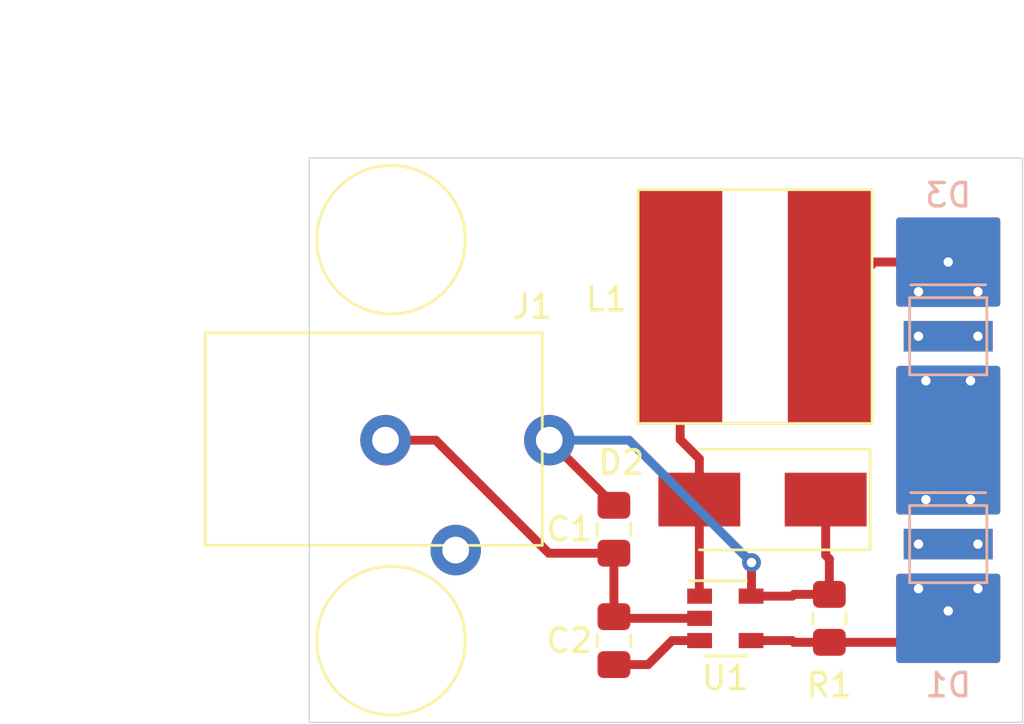
<source format=kicad_pcb>
(kicad_pcb (version 20171130) (host pcbnew "(5.1.4)-1")

  (general
    (thickness 1.6)
    (drawings 10)
    (tracks 53)
    (zones 0)
    (modules 11)
    (nets 8)
  )

  (page A4)
  (layers
    (0 F.Cu signal)
    (31 B.Cu signal)
    (32 B.Adhes user)
    (33 F.Adhes user)
    (34 B.Paste user)
    (35 F.Paste user)
    (36 B.SilkS user)
    (37 F.SilkS user)
    (38 B.Mask user)
    (39 F.Mask user)
    (40 Dwgs.User user)
    (41 Cmts.User user)
    (42 Eco1.User user)
    (43 Eco2.User user)
    (44 Edge.Cuts user)
    (45 Margin user)
    (46 B.CrtYd user)
    (47 F.CrtYd user)
    (48 B.Fab user hide)
    (49 F.Fab user hide)
  )

  (setup
    (last_trace_width 0.25)
    (user_trace_width 0.381)
    (user_trace_width 0.508)
    (trace_clearance 0.2)
    (zone_clearance 0.508)
    (zone_45_only no)
    (trace_min 0.2)
    (via_size 0.8)
    (via_drill 0.4)
    (via_min_size 0.4)
    (via_min_drill 0.3)
    (user_via 0.889 0.381)
    (uvia_size 0.3)
    (uvia_drill 0.1)
    (uvias_allowed no)
    (uvia_min_size 0.2)
    (uvia_min_drill 0.1)
    (edge_width 0.05)
    (segment_width 0.2)
    (pcb_text_width 0.3)
    (pcb_text_size 1.5 1.5)
    (mod_edge_width 0.12)
    (mod_text_size 1 1)
    (mod_text_width 0.15)
    (pad_size 1.524 1.524)
    (pad_drill 0.762)
    (pad_to_mask_clearance 0.051)
    (solder_mask_min_width 0.25)
    (aux_axis_origin 0 0)
    (grid_origin 140.335 93.345)
    (visible_elements 7FFFFFFF)
    (pcbplotparams
      (layerselection 0x010fc_ffffffff)
      (usegerberextensions false)
      (usegerberattributes false)
      (usegerberadvancedattributes false)
      (creategerberjobfile false)
      (excludeedgelayer true)
      (linewidth 0.100000)
      (plotframeref false)
      (viasonmask false)
      (mode 1)
      (useauxorigin false)
      (hpglpennumber 1)
      (hpglpenspeed 20)
      (hpglpendiameter 15.000000)
      (psnegative false)
      (psa4output false)
      (plotreference true)
      (plotvalue true)
      (plotinvisibletext false)
      (padsonsilk false)
      (subtractmaskfromsilk false)
      (outputformat 1)
      (mirror false)
      (drillshape 1)
      (scaleselection 1)
      (outputdirectory ""))
  )

  (net 0 "")
  (net 1 GND)
  (net 2 /Vin)
  (net 3 /Adj)
  (net 4 /LX)
  (net 5 /LED-L)
  (net 6 /ISense)
  (net 7 /LED-LED)

  (net_class Default "This is the default net class."
    (clearance 0.2)
    (trace_width 0.25)
    (via_dia 0.8)
    (via_drill 0.4)
    (uvia_dia 0.3)
    (uvia_drill 0.1)
    (add_net /Adj)
    (add_net /ISense)
    (add_net /LED-L)
    (add_net /LED-LED)
    (add_net /LX)
    (add_net /Vin)
    (add_net GND)
  )

  (module 0-MiscParts:XT-LED (layer B.Cu) (tedit 5DE59186) (tstamp 5DE3EB13)
    (at 167.64 85.725 90)
    (path /5DE1DC48)
    (fp_text reference D1 (at -6.0325 0 180) (layer B.SilkS)
      (effects (font (size 1 1) (thickness 0.15)) (justify mirror))
    )
    (fp_text value LED (at 0.2 -2.9 90) (layer B.Fab)
      (effects (font (size 1 1) (thickness 0.15)) (justify mirror))
    )
    (fp_line (start 2.2 1.6) (end 2.2 -1.6) (layer B.SilkS) (width 0.12))
    (fp_line (start -1.65 -1.65) (end -1.65 1.65) (layer B.SilkS) (width 0.12))
    (fp_line (start 1.65 -1.65) (end -1.65 -1.65) (layer B.SilkS) (width 0.12))
    (fp_line (start 1.65 1.65) (end 1.65 -1.65) (layer B.SilkS) (width 0.12))
    (fp_line (start -1.65 1.65) (end 1.65 1.65) (layer B.SilkS) (width 0.12))
    (pad "" smd rect (at 0 0 90) (size 1.3 3.8) (layers F.Cu B.Paste B.Mask))
    (pad "" smd rect (at 0 0 90) (size 1.3 3.8) (layers B.Cu B.Paste B.Mask))
    (pad 1 smd rect (at 1.7 0 90) (size 0.9 3.3) (layers B.Cu B.Paste B.Mask)
      (net 7 /LED-LED))
    (pad 2 smd rect (at -1.7 0 90) (size 0.9 3.3) (layers B.Cu B.Paste B.Mask)
      (net 6 /ISense))
  )

  (module 0-MiscParts:XT-LED (layer B.Cu) (tedit 5DE59186) (tstamp 5DE3EA0B)
    (at 167.64 76.835 90)
    (path /5DE3EED0)
    (fp_text reference D3 (at 6.0325 0) (layer B.SilkS)
      (effects (font (size 1 1) (thickness 0.15)) (justify mirror))
    )
    (fp_text value LED (at 0.2 -2.9 270) (layer B.Fab)
      (effects (font (size 1 1) (thickness 0.15)) (justify mirror))
    )
    (fp_line (start 2.2 1.6) (end 2.2 -1.6) (layer B.SilkS) (width 0.12))
    (fp_line (start -1.65 -1.65) (end -1.65 1.65) (layer B.SilkS) (width 0.12))
    (fp_line (start 1.65 -1.65) (end -1.65 -1.65) (layer B.SilkS) (width 0.12))
    (fp_line (start 1.65 1.65) (end 1.65 -1.65) (layer B.SilkS) (width 0.12))
    (fp_line (start -1.65 1.65) (end 1.65 1.65) (layer B.SilkS) (width 0.12))
    (pad "" smd rect (at 0 0 90) (size 1.3 3.8) (layers F.Cu B.Paste B.Mask))
    (pad "" smd rect (at 0 0 90) (size 1.3 3.8) (layers B.Cu B.Paste B.Mask))
    (pad 1 smd rect (at 1.7 0 90) (size 0.9 3.3) (layers B.Cu B.Paste B.Mask)
      (net 5 /LED-L))
    (pad 2 smd rect (at -1.7 0 90) (size 0.9 3.3) (layers B.Cu B.Paste B.Mask)
      (net 7 /LED-LED))
  )

  (module "0-MiscParts:MountingHole _1-8_1-4" (layer F.Cu) (tedit 5D5FAF04) (tstamp 5DE1FBC1)
    (at 143.8275 89.8525)
    (path /5DE28070)
    (fp_text reference H2 (at 0 2.032) (layer F.Fab)
      (effects (font (size 1 1) (thickness 0.15)))
    )
    (fp_text value MountingHole (at 0 -2.032) (layer F.Fab)
      (effects (font (size 1 1) (thickness 0.15)))
    )
    (fp_circle (center 0 0) (end 3.175 0) (layer F.SilkS) (width 0.12))
    (pad "" np_thru_hole circle (at 0 0) (size 3.175 3.175) (drill 3.175) (layers *.Cu *.Mask))
  )

  (module "0-MiscParts:MountingHole _1-8_1-4" (layer F.Cu) (tedit 5D5FAF04) (tstamp 5DE1FBBB)
    (at 143.8275 72.7075)
    (path /5DE27BBA)
    (fp_text reference H1 (at 0 2.032) (layer F.Fab)
      (effects (font (size 1 1) (thickness 0.15)))
    )
    (fp_text value MountingHole (at 0 -2.032) (layer F.Fab)
      (effects (font (size 1 1) (thickness 0.15)))
    )
    (fp_circle (center 0 0) (end 3.175 0) (layer F.SilkS) (width 0.12))
    (pad "" np_thru_hole circle (at 0 0) (size 3.175 3.175) (drill 3.175) (layers *.Cu *.Mask))
  )

  (module Package_TO_SOT_SMD:SOT-23-5 (layer F.Cu) (tedit 5A02FF57) (tstamp 5DE1E391)
    (at 158.115 88.9)
    (descr "5-pin SOT23 package")
    (tags SOT-23-5)
    (path /5DE1B53C)
    (attr smd)
    (fp_text reference U1 (at 0 2.54) (layer F.SilkS)
      (effects (font (size 1 1) (thickness 0.15)))
    )
    (fp_text value ZXLD1356 (at 0 2.9) (layer F.Fab)
      (effects (font (size 1 1) (thickness 0.15)))
    )
    (fp_line (start 0.9 -1.55) (end 0.9 1.55) (layer F.Fab) (width 0.1))
    (fp_line (start 0.9 1.55) (end -0.9 1.55) (layer F.Fab) (width 0.1))
    (fp_line (start -0.9 -0.9) (end -0.9 1.55) (layer F.Fab) (width 0.1))
    (fp_line (start 0.9 -1.55) (end -0.25 -1.55) (layer F.Fab) (width 0.1))
    (fp_line (start -0.9 -0.9) (end -0.25 -1.55) (layer F.Fab) (width 0.1))
    (fp_line (start -1.9 1.8) (end -1.9 -1.8) (layer F.CrtYd) (width 0.05))
    (fp_line (start 1.9 1.8) (end -1.9 1.8) (layer F.CrtYd) (width 0.05))
    (fp_line (start 1.9 -1.8) (end 1.9 1.8) (layer F.CrtYd) (width 0.05))
    (fp_line (start -1.9 -1.8) (end 1.9 -1.8) (layer F.CrtYd) (width 0.05))
    (fp_line (start 0.9 -1.61) (end -1.55 -1.61) (layer F.SilkS) (width 0.12))
    (fp_line (start -0.9 1.61) (end 0.9 1.61) (layer F.SilkS) (width 0.12))
    (fp_text user %R (at 0 0 90) (layer F.Fab)
      (effects (font (size 0.5 0.5) (thickness 0.075)))
    )
    (pad 5 smd rect (at 1.1 -0.95) (size 1.06 0.65) (layers F.Cu F.Paste F.Mask)
      (net 2 /Vin))
    (pad 4 smd rect (at 1.1 0.95) (size 1.06 0.65) (layers F.Cu F.Paste F.Mask)
      (net 6 /ISense))
    (pad 3 smd rect (at -1.1 0.95) (size 1.06 0.65) (layers F.Cu F.Paste F.Mask)
      (net 3 /Adj))
    (pad 2 smd rect (at -1.1 0) (size 1.06 0.65) (layers F.Cu F.Paste F.Mask)
      (net 1 GND))
    (pad 1 smd rect (at -1.1 -0.95) (size 1.06 0.65) (layers F.Cu F.Paste F.Mask)
      (net 4 /LX))
    (model ${KISYS3DMOD}/Package_TO_SOT_SMD.3dshapes/SOT-23-5.wrl
      (at (xyz 0 0 0))
      (scale (xyz 1 1 1))
      (rotate (xyz 0 0 0))
    )
  )

  (module Resistor_SMD:R_0805_2012Metric_Pad1.15x1.40mm_HandSolder (layer F.Cu) (tedit 5B36C52B) (tstamp 5DE1E37C)
    (at 162.56 88.9 270)
    (descr "Resistor SMD 0805 (2012 Metric), square (rectangular) end terminal, IPC_7351 nominal with elongated pad for handsoldering. (Body size source: https://docs.google.com/spreadsheets/d/1BsfQQcO9C6DZCsRaXUlFlo91Tg2WpOkGARC1WS5S8t0/edit?usp=sharing), generated with kicad-footprint-generator")
    (tags "resistor handsolder")
    (path /5DE1BF43)
    (attr smd)
    (fp_text reference R1 (at 2.8575 0 180) (layer F.SilkS)
      (effects (font (size 1 1) (thickness 0.15)))
    )
    (fp_text value R (at 0 1.65 90) (layer F.Fab)
      (effects (font (size 1 1) (thickness 0.15)))
    )
    (fp_text user %R (at 0 0 90) (layer F.Fab)
      (effects (font (size 0.5 0.5) (thickness 0.08)))
    )
    (fp_line (start 1.85 0.95) (end -1.85 0.95) (layer F.CrtYd) (width 0.05))
    (fp_line (start 1.85 -0.95) (end 1.85 0.95) (layer F.CrtYd) (width 0.05))
    (fp_line (start -1.85 -0.95) (end 1.85 -0.95) (layer F.CrtYd) (width 0.05))
    (fp_line (start -1.85 0.95) (end -1.85 -0.95) (layer F.CrtYd) (width 0.05))
    (fp_line (start -0.261252 0.71) (end 0.261252 0.71) (layer F.SilkS) (width 0.12))
    (fp_line (start -0.261252 -0.71) (end 0.261252 -0.71) (layer F.SilkS) (width 0.12))
    (fp_line (start 1 0.6) (end -1 0.6) (layer F.Fab) (width 0.1))
    (fp_line (start 1 -0.6) (end 1 0.6) (layer F.Fab) (width 0.1))
    (fp_line (start -1 -0.6) (end 1 -0.6) (layer F.Fab) (width 0.1))
    (fp_line (start -1 0.6) (end -1 -0.6) (layer F.Fab) (width 0.1))
    (pad 2 smd roundrect (at 1.025 0 270) (size 1.15 1.4) (layers F.Cu F.Paste F.Mask) (roundrect_rratio 0.217391)
      (net 6 /ISense))
    (pad 1 smd roundrect (at -1.025 0 270) (size 1.15 1.4) (layers F.Cu F.Paste F.Mask) (roundrect_rratio 0.217391)
      (net 2 /Vin))
    (model ${KISYS3DMOD}/Resistor_SMD.3dshapes/R_0805_2012Metric.wrl
      (at (xyz 0 0 0))
      (scale (xyz 1 1 1))
      (rotate (xyz 0 0 0))
    )
  )

  (module 0-MiscParts:SDR-1006 (layer F.Cu) (tedit 5DE193F5) (tstamp 5DE1E36B)
    (at 159.385 75.565 270)
    (path /5DE1E816)
    (fp_text reference L1 (at -0.3175 6.35 180) (layer F.SilkS)
      (effects (font (size 1 1) (thickness 0.15)))
    )
    (fp_text value L (at -0.2 7.05 90) (layer F.Fab)
      (effects (font (size 1 1) (thickness 0.15)))
    )
    (fp_line (start -5 5) (end -5 -5) (layer F.SilkS) (width 0.12))
    (fp_line (start 5 5) (end -5 5) (layer F.SilkS) (width 0.12))
    (fp_line (start 5 -5) (end 5 5) (layer F.SilkS) (width 0.12))
    (fp_line (start -5 -5) (end 5 -5) (layer F.SilkS) (width 0.12))
    (pad 2 smd rect (at 0 3.2 270) (size 10 3.6) (layers F.Cu F.Paste F.Mask)
      (net 4 /LX))
    (pad 1 smd rect (at 0 -3.2 270) (size 10 3.6) (layers F.Cu F.Paste F.Mask)
      (net 5 /LED-L))
  )

  (module 0-MiscParts:PJ-102 (layer F.Cu) (tedit 5DE1130E) (tstamp 5DE1E361)
    (at 135.89 81.28)
    (path /5DE1B35D)
    (fp_text reference J1 (at 13.97 -5.715) (layer F.SilkS)
      (effects (font (size 1 1) (thickness 0.15)))
    )
    (fp_text value PJ-102 (at 7.6 6.8) (layer F.Fab)
      (effects (font (size 1 1) (thickness 0.15)))
    )
    (fp_line (start 0 4.5) (end 0 -4.5) (layer F.SilkS) (width 0.12))
    (fp_line (start 14.4 4.5) (end 0 4.5) (layer F.SilkS) (width 0.12))
    (fp_line (start 14.4 -4.6) (end 14.4 4.5) (layer F.SilkS) (width 0.12))
    (fp_line (start 0 -4.6) (end 14.4 -4.6) (layer F.SilkS) (width 0.12))
    (pad 3 thru_hole circle (at 10.7 4.7) (size 2.159 2.159) (drill 1.143) (layers *.Cu *.Mask))
    (pad 2 thru_hole circle (at 7.7 0) (size 2.159 2.159) (drill 1.143) (layers *.Cu *.Mask)
      (net 1 GND))
    (pad 1 thru_hole circle (at 14.7 0) (size 2.159 2.159) (drill 1.143) (layers *.Cu *.Mask)
      (net 2 /Vin))
  )

  (module Diode_SMD:D_SMB_Handsoldering (layer F.Cu) (tedit 590B3D55) (tstamp 5DE1E356)
    (at 159.7025 83.82 180)
    (descr "Diode SMB (DO-214AA) Handsoldering")
    (tags "Diode SMB (DO-214AA) Handsoldering")
    (path /5DE1CDE8)
    (attr smd)
    (fp_text reference D2 (at 6.0325 1.5875) (layer F.SilkS)
      (effects (font (size 1 1) (thickness 0.15)))
    )
    (fp_text value D_Schottky (at 0 3) (layer F.Fab)
      (effects (font (size 1 1) (thickness 0.15)))
    )
    (fp_line (start -4.6 -2.15) (end 2.7 -2.15) (layer F.SilkS) (width 0.12))
    (fp_line (start -4.6 2.15) (end 2.7 2.15) (layer F.SilkS) (width 0.12))
    (fp_line (start -0.64944 0.00102) (end 0.50118 -0.79908) (layer F.Fab) (width 0.1))
    (fp_line (start -0.64944 0.00102) (end 0.50118 0.75032) (layer F.Fab) (width 0.1))
    (fp_line (start 0.50118 0.75032) (end 0.50118 -0.79908) (layer F.Fab) (width 0.1))
    (fp_line (start -0.64944 -0.79908) (end -0.64944 0.80112) (layer F.Fab) (width 0.1))
    (fp_line (start 0.50118 0.00102) (end 1.4994 0.00102) (layer F.Fab) (width 0.1))
    (fp_line (start -0.64944 0.00102) (end -1.55114 0.00102) (layer F.Fab) (width 0.1))
    (fp_line (start -4.7 2.25) (end -4.7 -2.25) (layer F.CrtYd) (width 0.05))
    (fp_line (start 4.7 2.25) (end -4.7 2.25) (layer F.CrtYd) (width 0.05))
    (fp_line (start 4.7 -2.25) (end 4.7 2.25) (layer F.CrtYd) (width 0.05))
    (fp_line (start -4.7 -2.25) (end 4.7 -2.25) (layer F.CrtYd) (width 0.05))
    (fp_line (start 2.3 -2) (end -2.3 -2) (layer F.Fab) (width 0.1))
    (fp_line (start 2.3 -2) (end 2.3 2) (layer F.Fab) (width 0.1))
    (fp_line (start -2.3 2) (end -2.3 -2) (layer F.Fab) (width 0.1))
    (fp_line (start 2.3 2) (end -2.3 2) (layer F.Fab) (width 0.1))
    (fp_line (start -4.6 -2.15) (end -4.6 2.15) (layer F.SilkS) (width 0.12))
    (fp_text user %R (at 0 -3) (layer F.Fab)
      (effects (font (size 1 1) (thickness 0.15)))
    )
    (pad 2 smd rect (at 2.7 0 180) (size 3.5 2.3) (layers F.Cu F.Paste F.Mask)
      (net 4 /LX))
    (pad 1 smd rect (at -2.7 0 180) (size 3.5 2.3) (layers F.Cu F.Paste F.Mask)
      (net 2 /Vin))
    (model ${KISYS3DMOD}/Diode_SMD.3dshapes/D_SMB.wrl
      (at (xyz 0 0 0))
      (scale (xyz 1 1 1))
      (rotate (xyz 0 0 0))
    )
  )

  (module Capacitor_SMD:C_0805_2012Metric_Pad1.15x1.40mm_HandSolder (layer F.Cu) (tedit 5B36C52B) (tstamp 5DE1E333)
    (at 153.3525 89.8525 90)
    (descr "Capacitor SMD 0805 (2012 Metric), square (rectangular) end terminal, IPC_7351 nominal with elongated pad for handsoldering. (Body size source: https://docs.google.com/spreadsheets/d/1BsfQQcO9C6DZCsRaXUlFlo91Tg2WpOkGARC1WS5S8t0/edit?usp=sharing), generated with kicad-footprint-generator")
    (tags "capacitor handsolder")
    (path /5DE21F8C)
    (attr smd)
    (fp_text reference C2 (at 0 -1.905 180) (layer F.SilkS)
      (effects (font (size 1 1) (thickness 0.15)))
    )
    (fp_text value C (at 0 1.65 90) (layer F.Fab)
      (effects (font (size 1 1) (thickness 0.15)))
    )
    (fp_text user %R (at 0 0 90) (layer F.Fab)
      (effects (font (size 0.5 0.5) (thickness 0.08)))
    )
    (fp_line (start 1.85 0.95) (end -1.85 0.95) (layer F.CrtYd) (width 0.05))
    (fp_line (start 1.85 -0.95) (end 1.85 0.95) (layer F.CrtYd) (width 0.05))
    (fp_line (start -1.85 -0.95) (end 1.85 -0.95) (layer F.CrtYd) (width 0.05))
    (fp_line (start -1.85 0.95) (end -1.85 -0.95) (layer F.CrtYd) (width 0.05))
    (fp_line (start -0.261252 0.71) (end 0.261252 0.71) (layer F.SilkS) (width 0.12))
    (fp_line (start -0.261252 -0.71) (end 0.261252 -0.71) (layer F.SilkS) (width 0.12))
    (fp_line (start 1 0.6) (end -1 0.6) (layer F.Fab) (width 0.1))
    (fp_line (start 1 -0.6) (end 1 0.6) (layer F.Fab) (width 0.1))
    (fp_line (start -1 -0.6) (end 1 -0.6) (layer F.Fab) (width 0.1))
    (fp_line (start -1 0.6) (end -1 -0.6) (layer F.Fab) (width 0.1))
    (pad 2 smd roundrect (at 1.025 0 90) (size 1.15 1.4) (layers F.Cu F.Paste F.Mask) (roundrect_rratio 0.217391)
      (net 1 GND))
    (pad 1 smd roundrect (at -1.025 0 90) (size 1.15 1.4) (layers F.Cu F.Paste F.Mask) (roundrect_rratio 0.217391)
      (net 3 /Adj))
    (model ${KISYS3DMOD}/Capacitor_SMD.3dshapes/C_0805_2012Metric.wrl
      (at (xyz 0 0 0))
      (scale (xyz 1 1 1))
      (rotate (xyz 0 0 0))
    )
  )

  (module Capacitor_SMD:C_0805_2012Metric_Pad1.15x1.40mm_HandSolder (layer F.Cu) (tedit 5B36C52B) (tstamp 5DE1E322)
    (at 153.3525 85.09 270)
    (descr "Capacitor SMD 0805 (2012 Metric), square (rectangular) end terminal, IPC_7351 nominal with elongated pad for handsoldering. (Body size source: https://docs.google.com/spreadsheets/d/1BsfQQcO9C6DZCsRaXUlFlo91Tg2WpOkGARC1WS5S8t0/edit?usp=sharing), generated with kicad-footprint-generator")
    (tags "capacitor handsolder")
    (path /5DE20FF2)
    (attr smd)
    (fp_text reference C1 (at 0 1.905 180) (layer F.SilkS)
      (effects (font (size 1 1) (thickness 0.15)))
    )
    (fp_text value C (at 0 1.65 90) (layer F.Fab)
      (effects (font (size 1 1) (thickness 0.15)))
    )
    (fp_text user %R (at 0 0 90) (layer F.Fab)
      (effects (font (size 0.5 0.5) (thickness 0.08)))
    )
    (fp_line (start 1.85 0.95) (end -1.85 0.95) (layer F.CrtYd) (width 0.05))
    (fp_line (start 1.85 -0.95) (end 1.85 0.95) (layer F.CrtYd) (width 0.05))
    (fp_line (start -1.85 -0.95) (end 1.85 -0.95) (layer F.CrtYd) (width 0.05))
    (fp_line (start -1.85 0.95) (end -1.85 -0.95) (layer F.CrtYd) (width 0.05))
    (fp_line (start -0.261252 0.71) (end 0.261252 0.71) (layer F.SilkS) (width 0.12))
    (fp_line (start -0.261252 -0.71) (end 0.261252 -0.71) (layer F.SilkS) (width 0.12))
    (fp_line (start 1 0.6) (end -1 0.6) (layer F.Fab) (width 0.1))
    (fp_line (start 1 -0.6) (end 1 0.6) (layer F.Fab) (width 0.1))
    (fp_line (start -1 -0.6) (end 1 -0.6) (layer F.Fab) (width 0.1))
    (fp_line (start -1 0.6) (end -1 -0.6) (layer F.Fab) (width 0.1))
    (pad 2 smd roundrect (at 1.025 0 270) (size 1.15 1.4) (layers F.Cu F.Paste F.Mask) (roundrect_rratio 0.217391)
      (net 1 GND))
    (pad 1 smd roundrect (at -1.025 0 270) (size 1.15 1.4) (layers F.Cu F.Paste F.Mask) (roundrect_rratio 0.217391)
      (net 2 /Vin))
    (model ${KISYS3DMOD}/Capacitor_SMD.3dshapes/C_0805_2012Metric.wrl
      (at (xyz 0 0 0))
      (scale (xyz 1 1 1))
      (rotate (xyz 0 0 0))
    )
  )

  (dimension 24.13 (width 0.15) (layer Dwgs.User)
    (gr_text "0.9500 in" (at 130.78 81.28 270) (layer Dwgs.User)
      (effects (font (size 1 1) (thickness 0.15)))
    )
    (feature1 (pts (xy 140.335 93.345) (xy 131.493579 93.345)))
    (feature2 (pts (xy 140.335 69.215) (xy 131.493579 69.215)))
    (crossbar (pts (xy 132.08 69.215) (xy 132.08 93.345)))
    (arrow1a (pts (xy 132.08 93.345) (xy 131.493579 92.218496)))
    (arrow1b (pts (xy 132.08 93.345) (xy 132.666421 92.218496)))
    (arrow2a (pts (xy 132.08 69.215) (xy 131.493579 70.341504)))
    (arrow2b (pts (xy 132.08 69.215) (xy 132.666421 70.341504)))
  )
  (dimension 17.145 (width 0.15) (layer Dwgs.User)
    (gr_text "0.6750 in" (at 133.6375 81.28 270) (layer Dwgs.User)
      (effects (font (size 1 1) (thickness 0.15)))
    )
    (feature1 (pts (xy 140.335 89.8525) (xy 134.351079 89.8525)))
    (feature2 (pts (xy 140.335 72.7075) (xy 134.351079 72.7075)))
    (crossbar (pts (xy 134.9375 72.7075) (xy 134.9375 89.8525)))
    (arrow1a (pts (xy 134.9375 89.8525) (xy 134.351079 88.725996)))
    (arrow1b (pts (xy 134.9375 89.8525) (xy 135.523921 88.725996)))
    (arrow2a (pts (xy 134.9375 72.7075) (xy 134.351079 73.834004)))
    (arrow2b (pts (xy 134.9375 72.7075) (xy 135.523921 73.834004)))
  )
  (dimension 3.4925 (width 0.15) (layer Dwgs.User)
    (gr_text "0.1375 in" (at 137.13 70.96125 270) (layer Dwgs.User)
      (effects (font (size 1 1) (thickness 0.15)))
    )
    (feature1 (pts (xy 140.335 72.7075) (xy 137.843579 72.7075)))
    (feature2 (pts (xy 140.335 69.215) (xy 137.843579 69.215)))
    (crossbar (pts (xy 138.43 69.215) (xy 138.43 72.7075)))
    (arrow1a (pts (xy 138.43 72.7075) (xy 137.843579 71.580996)))
    (arrow1b (pts (xy 138.43 72.7075) (xy 139.016421 71.580996)))
    (arrow2a (pts (xy 138.43 69.215) (xy 137.843579 70.341504)))
    (arrow2b (pts (xy 138.43 69.215) (xy 139.016421 70.341504)))
  )
  (dimension 30.48 (width 0.15) (layer Dwgs.User)
    (gr_text "1.2000 in" (at 155.575 63.1525) (layer Dwgs.User)
      (effects (font (size 1 1) (thickness 0.15)))
    )
    (feature1 (pts (xy 170.815 69.215) (xy 170.815 63.866079)))
    (feature2 (pts (xy 140.335 69.215) (xy 140.335 63.866079)))
    (crossbar (pts (xy 140.335 64.4525) (xy 170.815 64.4525)))
    (arrow1a (pts (xy 170.815 64.4525) (xy 169.688496 65.038921)))
    (arrow1b (pts (xy 170.815 64.4525) (xy 169.688496 63.866079)))
    (arrow2a (pts (xy 140.335 64.4525) (xy 141.461504 65.038921)))
    (arrow2b (pts (xy 140.335 64.4525) (xy 141.461504 63.866079)))
  )
  (dimension 3.4925 (width 0.15) (layer Dwgs.User)
    (gr_text "0.1375 in" (at 142.08125 66.645) (layer Dwgs.User)
      (effects (font (size 1 1) (thickness 0.15)))
    )
    (feature1 (pts (xy 143.8275 69.215) (xy 143.8275 67.358579)))
    (feature2 (pts (xy 140.335 69.215) (xy 140.335 67.358579)))
    (crossbar (pts (xy 140.335 67.945) (xy 143.8275 67.945)))
    (arrow1a (pts (xy 143.8275 67.945) (xy 142.700996 68.531421)))
    (arrow1b (pts (xy 143.8275 67.945) (xy 142.700996 67.358579)))
    (arrow2a (pts (xy 140.335 67.945) (xy 141.461504 68.531421)))
    (arrow2b (pts (xy 140.335 67.945) (xy 141.461504 67.358579)))
  )
  (gr_line (start 140.335 81.28) (end 170.815 81.28) (layer Dwgs.User) (width 0.15))
  (gr_line (start 170.815 93.345) (end 140.335 93.345) (layer Edge.Cuts) (width 0.05) (tstamp 5DE1F6EB))
  (gr_line (start 170.815 69.215) (end 170.815 93.345) (layer Edge.Cuts) (width 0.05))
  (gr_line (start 140.335 69.215) (end 170.815 69.215) (layer Edge.Cuts) (width 0.05))
  (gr_line (start 140.335 93.345) (end 140.335 69.215) (layer Edge.Cuts) (width 0.05))

  (via (at 166.37 76.835) (size 0.8) (drill 0.4) (layers F.Cu B.Cu) (net 0))
  (via (at 168.91 76.835) (size 0.8) (drill 0.4) (layers F.Cu B.Cu) (net 0))
  (via (at 166.37 85.725) (size 0.8) (drill 0.4) (layers F.Cu B.Cu) (net 0))
  (via (at 168.91 85.725) (size 0.8) (drill 0.4) (layers F.Cu B.Cu) (net 0))
  (segment (start 153.425 88.9) (end 153.3525 88.8275) (width 0.381) (layer F.Cu) (net 1))
  (segment (start 157.015 88.9) (end 153.425 88.9) (width 0.381) (layer F.Cu) (net 1))
  (segment (start 153.3525 86.115) (end 153.3525 88.8275) (width 0.381) (layer F.Cu) (net 1))
  (segment (start 150.5675 86.115) (end 153.3525 86.115) (width 0.381) (layer F.Cu) (net 1))
  (segment (start 143.59 81.28) (end 145.7325 81.28) (width 0.381) (layer F.Cu) (net 1))
  (segment (start 145.7325 81.28) (end 150.5675 86.115) (width 0.381) (layer F.Cu) (net 1))
  (via (at 159.2326 86.5124) (size 0.8) (drill 0.4) (layers F.Cu B.Cu) (net 2))
  (segment (start 162.56 87.875) (end 161.045 87.875) (width 0.381) (layer F.Cu) (net 2))
  (segment (start 160.97 87.95) (end 159.215 87.95) (width 0.381) (layer F.Cu) (net 2))
  (segment (start 161.045 87.875) (end 160.97 87.95) (width 0.381) (layer F.Cu) (net 2))
  (segment (start 162.56 87.875) (end 162.56 86.36) (width 0.381) (layer F.Cu) (net 2))
  (segment (start 162.4025 86.2025) (end 162.4025 83.82) (width 0.381) (layer F.Cu) (net 2))
  (segment (start 162.56 86.36) (end 162.4025 86.2025) (width 0.381) (layer F.Cu) (net 2))
  (segment (start 154.0002 81.28) (end 159.2326 86.5124) (width 0.381) (layer B.Cu) (net 2))
  (segment (start 150.59 81.28) (end 154.0002 81.28) (width 0.381) (layer B.Cu) (net 2))
  (segment (start 153.3525 84.0425) (end 153.3525 84.065) (width 0.381) (layer F.Cu) (net 2))
  (segment (start 150.59 81.28) (end 153.3525 84.0425) (width 0.381) (layer F.Cu) (net 2))
  (segment (start 159.2326 87.9324) (end 159.215 87.95) (width 0.381) (layer F.Cu) (net 2))
  (segment (start 159.2326 86.5124) (end 159.2326 87.9324) (width 0.381) (layer F.Cu) (net 2))
  (segment (start 154.81325 90.8775) (end 153.3525 90.8775) (width 0.381) (layer F.Cu) (net 3))
  (segment (start 157.015 89.85) (end 155.84075 89.85) (width 0.381) (layer F.Cu) (net 3))
  (segment (start 155.84075 89.85) (end 154.81325 90.8775) (width 0.381) (layer F.Cu) (net 3))
  (segment (start 157.0025 87.9375) (end 157.015 87.95) (width 0.381) (layer F.Cu) (net 4))
  (segment (start 157.0025 83.82) (end 157.0025 87.9375) (width 0.381) (layer F.Cu) (net 4))
  (segment (start 157.0025 82.0725) (end 157.0025 83.82) (width 0.381) (layer F.Cu) (net 4))
  (segment (start 156.185 75.565) (end 156.185 81.255) (width 0.381) (layer F.Cu) (net 4))
  (segment (start 156.185 81.255) (end 157.0025 82.0725) (width 0.381) (layer F.Cu) (net 4))
  (via (at 168.91 74.93) (size 0.8) (drill 0.4) (layers F.Cu B.Cu) (net 5))
  (segment (start 167.64 75.185) (end 167.69 75.235) (width 0.381) (layer B.Cu) (net 5))
  (via (at 167.64 73.66) (size 0.8) (drill 0.4) (layers F.Cu B.Cu) (net 5))
  (segment (start 167.64 73.66) (end 164.49 73.66) (width 0.381) (layer F.Cu) (net 5))
  (segment (start 164.49 73.66) (end 162.585 75.565) (width 0.381) (layer F.Cu) (net 5))
  (segment (start 167.64 73.66) (end 167.64 75.185) (width 0.381) (layer B.Cu) (net 5))
  (via (at 166.37 74.93) (size 0.8) (drill 0.4) (layers F.Cu B.Cu) (net 5))
  (via (at 168.91 87.63) (size 0.8) (drill 0.4) (layers F.Cu B.Cu) (net 6))
  (via (at 166.37 87.63) (size 0.8) (drill 0.4) (layers F.Cu B.Cu) (net 6))
  (via (at 167.64 88.5825) (size 0.8) (drill 0.4) (layers F.Cu B.Cu) (net 6))
  (segment (start 162.56 89.925) (end 166.2975 89.925) (width 0.381) (layer F.Cu) (net 6))
  (segment (start 166.2975 89.925) (end 167.64 88.5825) (width 0.381) (layer F.Cu) (net 6))
  (segment (start 167.64 87.325) (end 167.64 88.5825) (width 0.381) (layer B.Cu) (net 6))
  (segment (start 162.56 89.925) (end 161.045 89.925) (width 0.381) (layer F.Cu) (net 6))
  (segment (start 160.97 89.85) (end 159.215 89.85) (width 0.381) (layer F.Cu) (net 6))
  (segment (start 161.045 89.925) (end 160.97 89.85) (width 0.381) (layer F.Cu) (net 6))
  (via (at 166.6875 78.74) (size 0.8) (drill 0.4) (layers F.Cu B.Cu) (net 7))
  (via (at 168.5925 78.74) (size 0.8) (drill 0.4) (layers F.Cu B.Cu) (net 7))
  (via (at 168.5925 83.82) (size 0.8) (drill 0.4) (layers F.Cu B.Cu) (net 7))
  (via (at 166.6875 83.82) (size 0.8) (drill 0.4) (layers F.Cu B.Cu) (net 7))
  (segment (start 167.64 84.075) (end 167.69 84.125) (width 0.381) (layer B.Cu) (net 7))
  (segment (start 167.64 78.435) (end 167.64 84.075) (width 0.381) (layer B.Cu) (net 7))

  (zone (net 5) (net_name /LED-L) (layer B.Cu) (tstamp 0) (hatch edge 0.508)
    (connect_pads yes (clearance 0.508))
    (min_thickness 0.254)
    (fill yes (arc_segments 32) (thermal_gap 0.508) (thermal_bridge_width 0.508))
    (polygon
      (pts
        (xy 165.4175 78.105) (xy 169.8625 78.105) (xy 169.8625 84.455) (xy 165.4175 84.455)
      )
    )
  )
  (zone (net 7) (net_name /LED-LED) (layer F.Cu) (tstamp 0) (hatch edge 0.508)
    (connect_pads (clearance 0.508))
    (min_thickness 0.254)
    (fill yes (arc_segments 32) (thermal_gap 0.508) (thermal_bridge_width 0.508))
    (polygon
      (pts
        (xy 165.4175 78.105) (xy 169.8625 78.105) (xy 169.8625 84.455) (xy 165.4175 84.455)
      )
    )
    (filled_polygon
      (pts
        (xy 169.7355 84.328) (xy 165.5445 84.328) (xy 165.5445 78.232) (xy 169.7355 78.232)
      )
    )
  )
  (zone (net 5) (net_name /LED-L) (layer F.Cu) (tstamp 0) (hatch edge 0.508)
    (connect_pads (clearance 0.508))
    (min_thickness 0.254)
    (fill yes (arc_segments 32) (thermal_gap 0.508) (thermal_bridge_width 0.508))
    (polygon
      (pts
        (xy 165.4175 71.755) (xy 165.4175 75.565) (xy 169.8625 75.565) (xy 169.8625 71.755)
      )
    )
    (filled_polygon
      (pts
        (xy 169.7355 75.438) (xy 165.5445 75.438) (xy 165.5445 71.882) (xy 169.7355 71.882)
      )
    )
  )
  (zone (net 6) (net_name /ISense) (layer F.Cu) (tstamp 0) (hatch edge 0.508)
    (connect_pads (clearance 0.508))
    (min_thickness 0.254)
    (fill yes (arc_segments 32) (thermal_gap 0.508) (thermal_bridge_width 0.508))
    (polygon
      (pts
        (xy 165.4175 86.995) (xy 165.4175 90.805) (xy 169.8625 90.805) (xy 169.8625 86.995)
      )
    )
    (filled_polygon
      (pts
        (xy 169.7355 90.678) (xy 165.5445 90.678) (xy 165.5445 87.122) (xy 169.7355 87.122)
      )
    )
  )
  (zone (net 5) (net_name /LED-L) (layer B.Cu) (tstamp 0) (hatch edge 0.508)
    (connect_pads yes (clearance 0.508))
    (min_thickness 0.254)
    (fill yes (arc_segments 32) (thermal_gap 0.508) (thermal_bridge_width 0.508))
    (polygon
      (pts
        (xy 165.4175 71.755) (xy 165.4175 75.565) (xy 169.8625 75.565) (xy 169.8625 71.755)
      )
    )
    (filled_polygon
      (pts
        (xy 169.7355 75.438) (xy 165.5445 75.438) (xy 165.5445 71.882) (xy 169.7355 71.882)
      )
    )
  )
  (zone (net 7) (net_name /LED-LED) (layer B.Cu) (tstamp 0) (hatch edge 0.508)
    (connect_pads yes (clearance 0.508))
    (min_thickness 0.254)
    (fill yes (arc_segments 32) (thermal_gap 0.508) (thermal_bridge_width 0.508))
    (polygon
      (pts
        (xy 165.4175 78.105) (xy 165.4175 84.455) (xy 169.8625 84.455) (xy 169.8625 78.105)
      )
    )
    (filled_polygon
      (pts
        (xy 169.7355 84.328) (xy 165.5445 84.328) (xy 165.5445 78.232) (xy 169.7355 78.232)
      )
    )
  )
  (zone (net 6) (net_name /ISense) (layer B.Cu) (tstamp 0) (hatch edge 0.508)
    (connect_pads yes (clearance 0.508))
    (min_thickness 0.254)
    (fill yes (arc_segments 32) (thermal_gap 0.508) (thermal_bridge_width 0.508))
    (polygon
      (pts
        (xy 165.4175 86.995) (xy 165.4175 90.805) (xy 169.8625 90.805) (xy 169.8625 86.995)
      )
    )
    (filled_polygon
      (pts
        (xy 169.7355 90.678) (xy 165.5445 90.678) (xy 165.5445 87.122) (xy 169.7355 87.122)
      )
    )
  )
)

</source>
